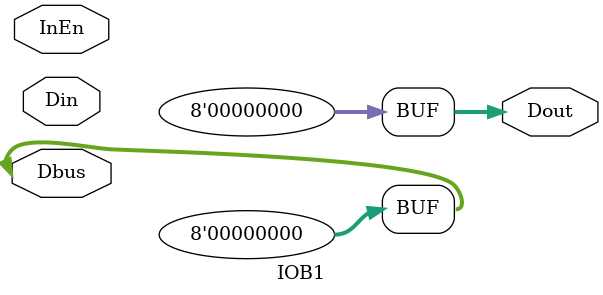
<source format=v>
`timescale 1ns / 1ps
module IOB1(
	output[7:0] Dout,
	inout[7:0] Dbus,
	input[7:0] Din,
	input[7:0] InEn
    );
	assign Dout = 8'b00000000;
	assign Dbus = 8'b00000000;

endmodule

</source>
